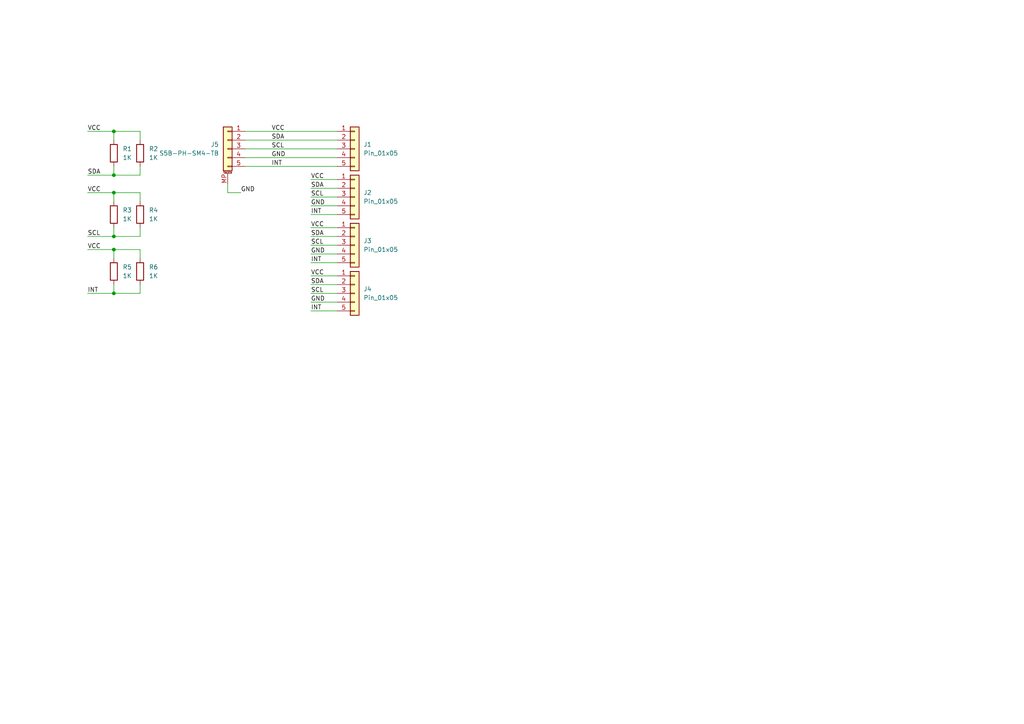
<source format=kicad_sch>
(kicad_sch (version 20231120) (generator "eeschema") (generator_version "8.0")
  (paper "A4")
  (title_block (title "DDT I2C Protocol BreakBoard") (date "2024-08-19") (rev "r1") (company "Dcc DIY Tools"))
  (lib_symbols
    (symbol "Connector_Generic:Conn_01x05" (pin_names (offset 1.016) hide)
      (property "Reference" "J" (at 0 7.62 0))
      (property "Value" "Conn_01x05" (at 0 -7.62 0))
      (symbol "Conn_01x05_1_1"
        (rectangle (start -1.27 -4.953) (end 0 -5.207) (stroke (width 0.1524)))
        (rectangle (start -1.27 -2.413) (end 0 -2.667) (stroke (width 0.1524)))
        (rectangle (start -1.27 0.127) (end 0 -0.127) (stroke (width 0.1524)))
        (rectangle (start -1.27 2.667) (end 0 2.413) (stroke (width 0.1524)))
        (rectangle (start -1.27 5.207) (end 0 4.953) (stroke (width 0.1524)))
        (rectangle (start -1.27 6.35) (end 1.27 -6.35) (stroke (width 0.254)) (fill (type background)))
        (pin passive line (at -5.08 5.08 0) (length 3.81) (name "Pin_1") (number "1"))
        (pin passive line (at -5.08 2.54 0) (length 3.81) (name "Pin_2") (number "2"))
        (pin passive line (at -5.08 0 0) (length 3.81) (name "Pin_3") (number "3"))
        (pin passive line (at -5.08 -2.54 0) (length 3.81) (name "Pin_4") (number "4"))
        (pin passive line (at -5.08 -5.08 0) (length 3.81) (name "Pin_5") (number "5"))
      )
    )
    (symbol "Connector_Generic_MountingPin:Conn_01x05_MountingPin" (pin_names (offset 1.016) hide)
      (property "Reference" "J" (at 0 7.62 0))
      (property "Value" "Conn_01x05_MountingPin" (at 1.27 -7.62 0))
      (symbol "Conn_01x05_MountingPin_1_1"
        (rectangle (start -1.27 -4.953) (end 0 -5.207) (stroke (width 0.1524)))
        (rectangle (start -1.27 -2.413) (end 0 -2.667) (stroke (width 0.1524)))
        (rectangle (start -1.27 0.127) (end 0 -0.127) (stroke (width 0.1524)))
        (rectangle (start -1.27 2.667) (end 0 2.413) (stroke (width 0.1524)))
        (rectangle (start -1.27 5.207) (end 0 4.953) (stroke (width 0.1524)))
        (rectangle (start -1.27 6.35) (end 1.27 -6.35) (stroke (width 0.254)) (fill (type background)))
        (polyline (pts (xy -1.016 -7.112) (xy 1.016 -7.112)) (stroke (width 0.1524)))
        (text "Mounting" (at 0 -6.731 0) (effects (font (size 0.381 0.381))))
        (pin passive line (at -5.08 5.08 0) (length 3.81) (name "Pin_1") (number "1"))
        (pin passive line (at -5.08 2.54 0) (length 3.81) (name "Pin_2") (number "2"))
        (pin passive line (at -5.08 0 0) (length 3.81) (name "Pin_3") (number "3"))
        (pin passive line (at -5.08 -2.54 0) (length 3.81) (name "Pin_4") (number "4"))
        (pin passive line (at -5.08 -5.08 0) (length 3.81) (name "Pin_5") (number "5"))
        (pin passive line (at 0 -10.16 90) (length 3.048) (name "MountPin") (number "MP"))
      )
    )
    (symbol "Device:R" (pin_numbers hide) (pin_names (offset 0))
      (property "Reference" "R" (at 2.032 0 90))
      (property "Value" "R" (at 0 0 90))
      (symbol "R_0_1"
        (rectangle (start -1.016 -2.54) (end 1.016 2.54) (stroke (width 0.254)))
      )
      (symbol "R_1_1"
        (pin passive line (at 0 3.81 270) (length 1.27) (name "~") (number "1"))
        (pin passive line (at 0 -3.81 90) (length 1.27) (name "~") (number "2"))
      )
    )
  )
  (junction (at 33.02 68.58))
  (junction (at 33.02 85.09))
  (junction (at 33.02 72.39))
  (junction (at 33.02 50.8))
  (junction (at 33.02 38.1))
  (junction (at 33.02 55.88))
  (wire (pts (xy 90.17 57.15) (xy 97.79 57.15)))
  (wire (pts (xy 71.12 48.26) (xy 97.79 48.26)))
  (wire (pts (xy 90.17 82.55) (xy 97.79 82.55)))
  (wire (pts (xy 71.12 45.72) (xy 97.79 45.72)))
  (wire (pts (xy 33.02 38.1) (xy 40.64 38.1)))
  (wire (pts (xy 71.12 40.64) (xy 97.79 40.64)))
  (wire (pts (xy 40.64 72.39) (xy 40.64 74.93)))
  (wire (pts (xy 40.64 66.04) (xy 40.64 68.58)))
  (wire (pts (xy 90.17 90.17) (xy 97.79 90.17)))
  (wire (pts (xy 33.02 48.26) (xy 33.02 50.8)))
  (wire (pts (xy 90.17 80.01) (xy 97.79 80.01)))
  (wire (pts (xy 25.4 68.58) (xy 33.02 68.58)))
  (wire (pts (xy 71.12 38.1) (xy 97.79 38.1)))
  (wire (pts (xy 90.17 54.61) (xy 97.79 54.61)))
  (wire (pts (xy 90.17 52.07) (xy 97.79 52.07)))
  (wire (pts (xy 40.64 38.1) (xy 40.64 40.64)))
  (wire (pts (xy 90.17 76.2) (xy 97.79 76.2)))
  (wire (pts (xy 71.12 43.18) (xy 97.79 43.18)))
  (wire (pts (xy 25.4 38.1) (xy 33.02 38.1)))
  (wire (pts (xy 33.02 82.55) (xy 33.02 85.09)))
  (wire (pts (xy 90.17 66.04) (xy 97.79 66.04)))
  (wire (pts (xy 25.4 50.8) (xy 33.02 50.8)))
  (wire (pts (xy 40.64 48.26) (xy 40.64 50.8)))
  (wire (pts (xy 90.17 68.58) (xy 97.79 68.58)))
  (wire (pts (xy 25.4 72.39) (xy 33.02 72.39)))
  (wire (pts (xy 33.02 66.04) (xy 33.02 68.58)))
  (wire (pts (xy 33.02 55.88) (xy 33.02 58.42)))
  (wire (pts (xy 40.64 55.88) (xy 40.64 58.42)))
  (wire (pts (xy 66.04 53.34) (xy 66.04 55.88)))
  (wire (pts (xy 90.17 85.09) (xy 97.79 85.09)))
  (wire (pts (xy 40.64 82.55) (xy 40.64 85.09)))
  (wire (pts (xy 90.17 87.63) (xy 97.79 87.63)))
  (wire (pts (xy 90.17 73.66) (xy 97.79 73.66)))
  (wire (pts (xy 40.64 85.09) (xy 33.02 85.09)))
  (wire (pts (xy 25.4 55.88) (xy 33.02 55.88)))
  (wire (pts (xy 33.02 72.39) (xy 40.64 72.39)))
  (wire (pts (xy 25.4 85.09) (xy 33.02 85.09)))
  (wire (pts (xy 33.02 55.88) (xy 40.64 55.88)))
  (wire (pts (xy 33.02 72.39) (xy 33.02 74.93)))
  (wire (pts (xy 90.17 71.12) (xy 97.79 71.12)))
  (wire (pts (xy 66.04 55.88) (xy 69.85 55.88)))
  (wire (pts (xy 40.64 68.58) (xy 33.02 68.58)))
  (wire (pts (xy 90.17 62.23) (xy 97.79 62.23)))
  (wire (pts (xy 90.17 59.69) (xy 97.79 59.69)))
  (wire (pts (xy 33.02 38.1) (xy 33.02 40.64)))
  (wire (pts (xy 40.64 50.8) (xy 33.02 50.8)))
  (label "GND" (at 90.17 87.63 0))
  (label "SDA" (at 25.4 50.8 0))
  (label "VCC" (at 25.4 55.88 0))
  (label "SCL" (at 90.17 57.15 0))
  (label "INT" (at 90.17 62.23 0))
  (label "SCL" (at 90.17 85.09 0))
  (label "VCC" (at 78.74 38.1 0))
  (label "INT" (at 90.17 76.2 0))
  (label "VCC" (at 90.17 80.01 0))
  (label "VCC" (at 90.17 66.04 0))
  (label "VCC" (at 90.17 52.07 0))
  (label "SDA" (at 78.74 40.64 0))
  (label "GND" (at 90.17 73.66 0))
  (label "SCL" (at 78.74 43.18 0))
  (label "INT" (at 78.74 48.26 0))
  (label "VCC" (at 25.4 72.39 0))
  (label "SDA" (at 90.17 54.61 0))
  (label "SCL" (at 90.17 71.12 0))
  (label "GND" (at 69.85 55.88 0))
  (label "INT" (at 25.4 85.09 0))
  (label "VCC" (at 25.4 38.1 0))
  (label "GND" (at 78.74 45.72 0))
  (label "SCL" (at 25.4 68.58 0))
  (label "SDA" (at 90.17 82.55 0))
  (label "GND" (at 90.17 59.69 0))
  (label "INT" (at 90.17 90.17 0))
  (label "SDA" (at 90.17 68.58 0))
  (symbol (lib_id "Device:R") (at 33.02 44.45 0) (unit 1)
    (property "Reference" "R1" (at 35.56 43.1799 0) (effects (justify left)))
    (property "Value" "1K" (at 35.56 45.7199 0) (effects (justify left)))
    (property "Footprint" "Resistor_SMD:R_1206_3216Metric_Pad1.30x1.75mm_HandSolder" (effects (hide yes)))
    (property "Description" "Resistor" (effects (hide yes)))
  )
  (symbol (lib_id "Connector_Generic_MountingPin:Conn_01x05_MountingPin") (at 66.04 43.18 0) (mirror y) (unit 1)
    (property "Reference" "J5" (at 63.5 41.9099 0) (effects (justify left)))
    (property "Value" "S5B-PH-SM4-TB" (at 63.5 44.4499 0) (effects (justify left)))
    (property "Footprint" "Connector_JST:JST_PH_S5B-PH-SM4-TB_1x05-1MP_P2.00mm_Horizontal" (effects (hide yes)))
    (property "Description" "Generic connectable mounting pin connector, single row, 01x05, script generated (kicad-library-utils/schlib/autogen/connector/)" (effects (hide yes)))
  )
  (symbol (lib_id "Connector_Generic:Conn_01x05") (at 102.87 71.12 0) (unit 1)
    (property "Reference" "J3" (at 105.41 69.8499 0) (effects (justify left)))
    (property "Value" "Pin_01x05" (at 105.41 72.3899 0) (effects (justify left)))
    (property "Footprint" "Connector_PinHeader_2.54mm:PinHeader_1x05_P2.54mm_Vertical" (effects (hide yes)))
    (property "Description" "Generic connector, single row, 01x05, script generated (kicad-library-utils/schlib/autogen/connector/)" (effects (hide yes)))
  )
  (symbol (lib_id "Device:R") (at 40.64 78.74 0) (unit 1)
    (property "Reference" "R6" (at 43.18 77.4699 0) (effects (justify left)))
    (property "Value" "1K" (at 43.18 80.0099 0) (effects (justify left)))
    (property "Footprint" "Resistor_THT:R_Axial_DIN0309_L9.0mm_D3.2mm_P12.70mm_Horizontal" (effects (hide yes)))
    (property "Description" "Resistor" (effects (hide yes)))
  )
  (symbol (lib_id "Connector_Generic:Conn_01x05") (at 102.87 43.18 0) (unit 1)
    (property "Reference" "J1" (at 105.41 41.9099 0) (effects (justify left)))
    (property "Value" "Pin_01x05" (at 105.41 44.4499 0) (effects (justify left)))
    (property "Footprint" "Connector_PinHeader_2.54mm:PinHeader_1x05_P2.54mm_Vertical" (effects (hide yes)))
    (property "Description" "Generic connector, single row, 01x05, script generated (kicad-library-utils/schlib/autogen/connector/)" (effects (hide yes)))
  )
  (symbol (lib_id "Device:R") (at 40.64 62.23 0) (unit 1)
    (property "Reference" "R4" (at 43.18 60.9599 0) (effects (justify left)))
    (property "Value" "1K" (at 43.18 63.4999 0) (effects (justify left)))
    (property "Footprint" "Resistor_THT:R_Axial_DIN0309_L9.0mm_D3.2mm_P12.70mm_Horizontal" (effects (hide yes)))
    (property "Description" "Resistor" (effects (hide yes)))
  )
  (symbol (lib_id "Device:R") (at 33.02 62.23 0) (unit 1)
    (property "Reference" "R3" (at 35.56 60.9599 0) (effects (justify left)))
    (property "Value" "1K" (at 35.56 63.4999 0) (effects (justify left)))
    (property "Footprint" "Resistor_SMD:R_1206_3216Metric_Pad1.30x1.75mm_HandSolder" (effects (hide yes)))
    (property "Description" "Resistor" (effects (hide yes)))
  )
  (symbol (lib_id "Connector_Generic:Conn_01x05") (at 102.87 57.15 0) (unit 1)
    (property "Reference" "J2" (at 105.41 55.8799 0) (effects (justify left)))
    (property "Value" "Pin_01x05" (at 105.41 58.4199 0) (effects (justify left)))
    (property "Footprint" "Connector_PinHeader_2.54mm:PinHeader_1x05_P2.54mm_Vertical" (effects (hide yes)))
    (property "Description" "Generic connector, single row, 01x05, script generated (kicad-library-utils/schlib/autogen/connector/)" (effects (hide yes)))
  )
  (symbol (lib_id "Connector_Generic:Conn_01x05") (at 102.87 85.09 0) (unit 1)
    (property "Reference" "J4" (at 105.41 83.8199 0) (effects (justify left)))
    (property "Value" "Pin_01x05" (at 105.41 86.3599 0) (effects (justify left)))
    (property "Footprint" "Connector_PinHeader_2.54mm:PinHeader_1x05_P2.54mm_Vertical" (effects (hide yes)))
    (property "Description" "Generic connector, single row, 01x05, script generated (kicad-library-utils/schlib/autogen/connector/)" (effects (hide yes)))
  )
  (symbol (lib_id "Device:R") (at 40.64 44.45 0) (unit 1)
    (property "Reference" "R2" (at 43.18 43.1799 0) (effects (justify left)))
    (property "Value" "1K" (at 43.18 45.7199 0) (effects (justify left)))
    (property "Footprint" "Resistor_THT:R_Axial_DIN0309_L9.0mm_D3.2mm_P12.70mm_Horizontal" (effects (hide yes)))
    (property "Description" "Resistor" (effects (hide yes)))
  )
  (symbol (lib_id "Device:R") (at 33.02 78.74 0) (unit 1)
    (property "Reference" "R5" (at 35.56 77.4699 0) (effects (justify left)))
    (property "Value" "1K" (at 35.56 80.0099 0) (effects (justify left)))
    (property "Footprint" "Resistor_SMD:R_1206_3216Metric_Pad1.30x1.75mm_HandSolder" (effects (hide yes)))
    (property "Description" "Resistor" (effects (hide yes)))
  )
)
</source>
